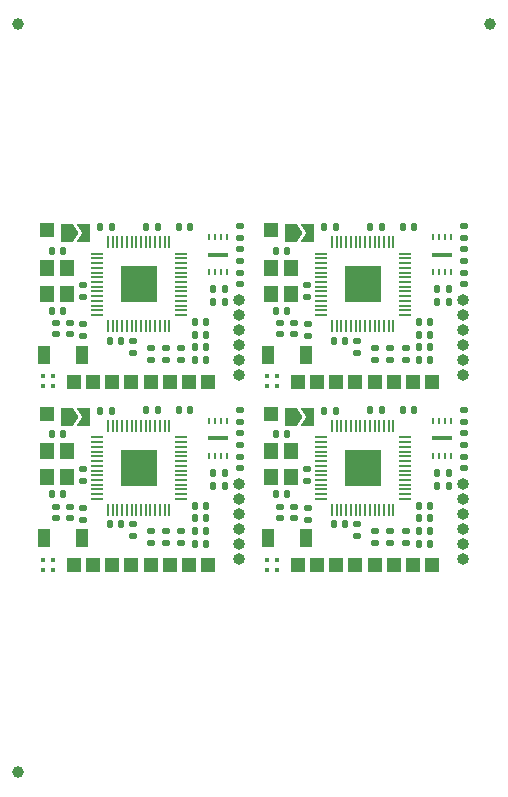
<source format=gts>
G04 #@! TF.GenerationSoftware,KiCad,Pcbnew,7.0.2-6a45011f42~172~ubuntu22.04.1*
G04 #@! TF.CreationDate,2023-06-12T10:15:53+08:00*
G04 #@! TF.ProjectId,panel_2_2,70616e65-6c5f-4325-9f32-2e6b69636164,rev?*
G04 #@! TF.SameCoordinates,Original*
G04 #@! TF.FileFunction,Soldermask,Top*
G04 #@! TF.FilePolarity,Negative*
%FSLAX46Y46*%
G04 Gerber Fmt 4.6, Leading zero omitted, Abs format (unit mm)*
G04 Created by KiCad (PCBNEW 7.0.2-6a45011f42~172~ubuntu22.04.1) date 2023-06-12 10:15:53*
%MOMM*%
%LPD*%
G01*
G04 APERTURE LIST*
G04 Aperture macros list*
%AMRoundRect*
0 Rectangle with rounded corners*
0 $1 Rounding radius*
0 $2 $3 $4 $5 $6 $7 $8 $9 X,Y pos of 4 corners*
0 Add a 4 corners polygon primitive as box body*
4,1,4,$2,$3,$4,$5,$6,$7,$8,$9,$2,$3,0*
0 Add four circle primitives for the rounded corners*
1,1,$1+$1,$2,$3*
1,1,$1+$1,$4,$5*
1,1,$1+$1,$6,$7*
1,1,$1+$1,$8,$9*
0 Add four rect primitives between the rounded corners*
20,1,$1+$1,$2,$3,$4,$5,0*
20,1,$1+$1,$4,$5,$6,$7,0*
20,1,$1+$1,$6,$7,$8,$9,0*
20,1,$1+$1,$8,$9,$2,$3,0*%
%AMFreePoly0*
4,1,6,1.000000,0.000000,0.500000,-0.750000,-0.500000,-0.750000,-0.500000,0.750000,0.500000,0.750000,1.000000,0.000000,1.000000,0.000000,$1*%
%AMFreePoly1*
4,1,6,0.500000,-0.750000,-0.650000,-0.750000,-0.150000,0.000000,-0.650000,0.750000,0.500000,0.750000,0.500000,-0.750000,0.500000,-0.750000,$1*%
G04 Aperture macros list end*
%ADD10RoundRect,0.140000X-0.170000X0.140000X-0.170000X-0.140000X0.170000X-0.140000X0.170000X0.140000X0*%
%ADD11RoundRect,0.140000X-0.140000X-0.170000X0.140000X-0.170000X0.140000X0.170000X-0.140000X0.170000X0*%
%ADD12R,1.000000X1.524000*%
%ADD13RoundRect,0.135000X0.185000X-0.135000X0.185000X0.135000X-0.185000X0.135000X-0.185000X-0.135000X0*%
%ADD14O,1.000000X1.000000*%
%ADD15R,1.200000X1.200000*%
%ADD16RoundRect,0.135000X-0.185000X0.135000X-0.185000X-0.135000X0.185000X-0.135000X0.185000X0.135000X0*%
%ADD17R,0.200000X1.100000*%
%ADD18R,1.100000X0.200000*%
%ADD19R,3.100000X3.100000*%
%ADD20RoundRect,0.140000X0.140000X0.170000X-0.140000X0.170000X-0.140000X-0.170000X0.140000X-0.170000X0*%
%ADD21C,1.000000*%
%ADD22R,0.450000X0.450000*%
%ADD23FreePoly0,0.000000*%
%ADD24FreePoly1,0.000000*%
%ADD25RoundRect,0.135000X-0.135000X-0.185000X0.135000X-0.185000X0.135000X0.185000X-0.135000X0.185000X0*%
%ADD26R,1.200000X1.400000*%
%ADD27R,0.280000X0.600000*%
%ADD28R,1.700000X0.300000*%
G04 APERTURE END LIST*
D10*
G04 #@! TO.C,C14*
X52780000Y-39940000D03*
X52780000Y-40900000D03*
G04 #@! TD*
D11*
G04 #@! TO.C,C2*
X50500000Y-25780000D03*
X51460000Y-25780000D03*
G04 #@! TD*
D12*
G04 #@! TO.C,SW1*
X36190000Y-31300000D03*
X39390000Y-31300000D03*
G04 #@! TD*
D13*
G04 #@! TO.C,R1*
X39480000Y-26450000D03*
X39480000Y-25430000D03*
G04 #@! TD*
D14*
G04 #@! TO.C,J8*
X52644248Y-42218121D03*
X52644248Y-43488121D03*
X52644248Y-44758121D03*
X52644248Y-46028121D03*
X52644248Y-47298121D03*
X52644248Y-48568121D03*
G04 #@! TD*
D12*
G04 #@! TO.C,SW1*
X17220000Y-31300000D03*
X20420000Y-31300000D03*
G04 #@! TD*
D15*
G04 #@! TO.C,J2*
X43570000Y-49150000D03*
G04 #@! TD*
D16*
G04 #@! TO.C,R9*
X26280000Y-30710000D03*
X26280000Y-31730000D03*
G04 #@! TD*
D11*
G04 #@! TO.C,C8*
X29960000Y-47320000D03*
X30920000Y-47320000D03*
G04 #@! TD*
D16*
G04 #@! TO.C,R11*
X47810000Y-46270000D03*
X47810000Y-47290000D03*
G04 #@! TD*
D15*
G04 #@! TO.C,J1*
X17440000Y-20760000D03*
G04 #@! TD*
D11*
G04 #@! TO.C,C10*
X50500000Y-42400000D03*
X51460000Y-42400000D03*
G04 #@! TD*
D17*
G04 #@! TO.C,U1*
X46785000Y-37365000D03*
X46385000Y-37365000D03*
X45985000Y-37365000D03*
X45585000Y-37365000D03*
X45185000Y-37365000D03*
X44785000Y-37365000D03*
X44385000Y-37365000D03*
X43985000Y-37365000D03*
X43585000Y-37365000D03*
X43185000Y-37365000D03*
X42785000Y-37365000D03*
X42385000Y-37365000D03*
X41985000Y-37365000D03*
X41585000Y-37365000D03*
D18*
X40635000Y-38315000D03*
X40635000Y-38715000D03*
X40635000Y-39115000D03*
X40635000Y-39515000D03*
X40635000Y-39915000D03*
X40635000Y-40315000D03*
X40635000Y-40715000D03*
X40635000Y-41115000D03*
X40635000Y-41515000D03*
X40635000Y-41915000D03*
X40635000Y-42315000D03*
X40635000Y-42715000D03*
X40635000Y-43115000D03*
X40635000Y-43515000D03*
D17*
X41585000Y-44465000D03*
X41985000Y-44465000D03*
X42385000Y-44465000D03*
X42785000Y-44465000D03*
X43185000Y-44465000D03*
X43585000Y-44465000D03*
X43985000Y-44465000D03*
X44385000Y-44465000D03*
X44785000Y-44465000D03*
X45185000Y-44465000D03*
X45585000Y-44465000D03*
X45985000Y-44465000D03*
X46385000Y-44465000D03*
X46785000Y-44465000D03*
D18*
X47735000Y-43515000D03*
X47735000Y-43115000D03*
X47735000Y-42715000D03*
X47735000Y-42315000D03*
X47735000Y-41915000D03*
X47735000Y-41515000D03*
X47735000Y-41115000D03*
X47735000Y-40715000D03*
X47735000Y-40315000D03*
X47735000Y-39915000D03*
X47735000Y-39515000D03*
X47735000Y-39115000D03*
X47735000Y-38715000D03*
X47735000Y-38315000D03*
D19*
X44185000Y-40915000D03*
G04 #@! TD*
D20*
G04 #@! TO.C,C6*
X30915000Y-45167500D03*
X29955000Y-45167500D03*
G04 #@! TD*
D16*
G04 #@! TO.C,R11*
X28840000Y-30710000D03*
X28840000Y-31730000D03*
G04 #@! TD*
D15*
G04 #@! TO.C,J7*
X19717500Y-33590000D03*
G04 #@! TD*
D21*
G04 #@! TO.C,REF\u002A\u002A*
X55000000Y-3350000D03*
G04 #@! TD*
D15*
G04 #@! TO.C,J6*
X21350000Y-49150000D03*
G04 #@! TD*
D16*
G04 #@! TO.C,R3*
X24755000Y-30110000D03*
X24755000Y-31130000D03*
G04 #@! TD*
D11*
G04 #@! TO.C,C2*
X31530000Y-41340000D03*
X32490000Y-41340000D03*
G04 #@! TD*
D15*
G04 #@! TO.C,J3*
X26227500Y-49150000D03*
G04 #@! TD*
D14*
G04 #@! TO.C,J8*
X33674248Y-26658121D03*
X33674248Y-27928121D03*
X33674248Y-29198121D03*
X33674248Y-30468121D03*
X33674248Y-31738121D03*
X33674248Y-33008121D03*
G04 #@! TD*
D11*
G04 #@! TO.C,C8*
X48930000Y-47320000D03*
X49890000Y-47320000D03*
G04 #@! TD*
G04 #@! TO.C,C10*
X31530000Y-26840000D03*
X32490000Y-26840000D03*
G04 #@! TD*
D13*
G04 #@! TO.C,R2*
X20540000Y-45270000D03*
X20540000Y-44250000D03*
G04 #@! TD*
D15*
G04 #@! TO.C,J5*
X48452500Y-33590000D03*
G04 #@! TD*
D10*
G04 #@! TO.C,C13*
X18250000Y-44185000D03*
X18250000Y-45145000D03*
G04 #@! TD*
D22*
G04 #@! TO.C,U5*
X36070000Y-33125000D03*
X36920000Y-33125000D03*
X36070000Y-33975000D03*
X36920000Y-33975000D03*
G04 #@! TD*
D10*
G04 #@! TO.C,C14*
X52780000Y-24380000D03*
X52780000Y-25340000D03*
G04 #@! TD*
D11*
G04 #@! TO.C,C9*
X29955000Y-46235000D03*
X30915000Y-46235000D03*
G04 #@! TD*
D10*
G04 #@! TO.C,C4*
X19380000Y-28620000D03*
X19380000Y-29580000D03*
G04 #@! TD*
D15*
G04 #@! TO.C,J7*
X19717500Y-49150000D03*
G04 #@! TD*
D23*
G04 #@! TO.C,JP1*
X38135000Y-36570000D03*
D24*
X39585000Y-36570000D03*
G04 #@! TD*
D23*
G04 #@! TO.C,JP1*
X19165000Y-36570000D03*
D24*
X20615000Y-36570000D03*
G04 #@! TD*
D11*
G04 #@! TO.C,C5*
X48925000Y-28540000D03*
X49885000Y-28540000D03*
G04 #@! TD*
D15*
G04 #@! TO.C,J10*
X50080000Y-33590000D03*
G04 #@! TD*
G04 #@! TO.C,J1*
X17440000Y-36320000D03*
G04 #@! TD*
D14*
G04 #@! TO.C,J8*
X33674248Y-42218121D03*
X33674248Y-43488121D03*
X33674248Y-44758121D03*
X33674248Y-46028121D03*
X33674248Y-47298121D03*
X33674248Y-48568121D03*
G04 #@! TD*
D15*
G04 #@! TO.C,J10*
X50080000Y-49150000D03*
G04 #@! TD*
D16*
G04 #@! TO.C,R10*
X46530000Y-30710000D03*
X46530000Y-31730000D03*
G04 #@! TD*
D12*
G04 #@! TO.C,SW1*
X17220000Y-46860000D03*
X20420000Y-46860000D03*
G04 #@! TD*
D22*
G04 #@! TO.C,U5*
X17100000Y-48685000D03*
X17950000Y-48685000D03*
X17100000Y-49535000D03*
X17950000Y-49535000D03*
G04 #@! TD*
D16*
G04 #@! TO.C,R10*
X46530000Y-46270000D03*
X46530000Y-47290000D03*
G04 #@! TD*
G04 #@! TO.C,R3*
X43725000Y-30110000D03*
X43725000Y-31130000D03*
G04 #@! TD*
D15*
G04 #@! TO.C,J4*
X27855000Y-33590000D03*
G04 #@! TD*
D20*
G04 #@! TO.C,C7*
X23740000Y-45670000D03*
X22780000Y-45670000D03*
G04 #@! TD*
D15*
G04 #@! TO.C,J2*
X24600000Y-33590000D03*
G04 #@! TD*
D11*
G04 #@! TO.C,C9*
X48925000Y-30675000D03*
X49885000Y-30675000D03*
G04 #@! TD*
D15*
G04 #@! TO.C,J4*
X46825000Y-49150000D03*
G04 #@! TD*
G04 #@! TO.C,J1*
X36410000Y-36320000D03*
G04 #@! TD*
D11*
G04 #@! TO.C,C12*
X44835000Y-36025000D03*
X45795000Y-36025000D03*
G04 #@! TD*
D15*
G04 #@! TO.C,J7*
X38687500Y-33590000D03*
G04 #@! TD*
D11*
G04 #@! TO.C,C5*
X48925000Y-44100000D03*
X49885000Y-44100000D03*
G04 #@! TD*
D15*
G04 #@! TO.C,J3*
X26227500Y-33590000D03*
G04 #@! TD*
D11*
G04 #@! TO.C,C10*
X31530000Y-42400000D03*
X32490000Y-42400000D03*
G04 #@! TD*
D10*
G04 #@! TO.C,C14*
X33810000Y-39940000D03*
X33810000Y-40900000D03*
G04 #@! TD*
D12*
G04 #@! TO.C,SW1*
X36190000Y-46860000D03*
X39390000Y-46860000D03*
G04 #@! TD*
D25*
G04 #@! TO.C,R12*
X21950000Y-36040000D03*
X22970000Y-36040000D03*
G04 #@! TD*
D26*
G04 #@! TO.C,X1*
X38152000Y-26133000D03*
X38152000Y-23933000D03*
X36402000Y-23933000D03*
X36402000Y-26133000D03*
G04 #@! TD*
D20*
G04 #@! TO.C,C7*
X42710000Y-45670000D03*
X41750000Y-45670000D03*
G04 #@! TD*
D15*
G04 #@! TO.C,J9*
X41942500Y-33590000D03*
G04 #@! TD*
D27*
G04 #@! TO.C,U2*
X32685000Y-36895500D03*
X32185000Y-36895500D03*
X31685000Y-36895500D03*
X31185000Y-36895500D03*
X31185000Y-39909500D03*
X31685000Y-39909500D03*
X32185000Y-39909500D03*
X32685000Y-39909500D03*
D28*
X31935000Y-38402500D03*
G04 #@! TD*
D17*
G04 #@! TO.C,U1*
X46785000Y-21805000D03*
X46385000Y-21805000D03*
X45985000Y-21805000D03*
X45585000Y-21805000D03*
X45185000Y-21805000D03*
X44785000Y-21805000D03*
X44385000Y-21805000D03*
X43985000Y-21805000D03*
X43585000Y-21805000D03*
X43185000Y-21805000D03*
X42785000Y-21805000D03*
X42385000Y-21805000D03*
X41985000Y-21805000D03*
X41585000Y-21805000D03*
D18*
X40635000Y-22755000D03*
X40635000Y-23155000D03*
X40635000Y-23555000D03*
X40635000Y-23955000D03*
X40635000Y-24355000D03*
X40635000Y-24755000D03*
X40635000Y-25155000D03*
X40635000Y-25555000D03*
X40635000Y-25955000D03*
X40635000Y-26355000D03*
X40635000Y-26755000D03*
X40635000Y-27155000D03*
X40635000Y-27555000D03*
X40635000Y-27955000D03*
D17*
X41585000Y-28905000D03*
X41985000Y-28905000D03*
X42385000Y-28905000D03*
X42785000Y-28905000D03*
X43185000Y-28905000D03*
X43585000Y-28905000D03*
X43985000Y-28905000D03*
X44385000Y-28905000D03*
X44785000Y-28905000D03*
X45185000Y-28905000D03*
X45585000Y-28905000D03*
X45985000Y-28905000D03*
X46385000Y-28905000D03*
X46785000Y-28905000D03*
D18*
X47735000Y-27955000D03*
X47735000Y-27555000D03*
X47735000Y-27155000D03*
X47735000Y-26755000D03*
X47735000Y-26355000D03*
X47735000Y-25955000D03*
X47735000Y-25555000D03*
X47735000Y-25155000D03*
X47735000Y-24755000D03*
X47735000Y-24355000D03*
X47735000Y-23955000D03*
X47735000Y-23555000D03*
X47735000Y-23155000D03*
X47735000Y-22755000D03*
D19*
X44185000Y-25355000D03*
G04 #@! TD*
D10*
G04 #@! TO.C,C13*
X18250000Y-28625000D03*
X18250000Y-29585000D03*
G04 #@! TD*
D21*
G04 #@! TO.C,REF\u002A\u002A*
X15000000Y-3350000D03*
G04 #@! TD*
D22*
G04 #@! TO.C,U5*
X36070000Y-48685000D03*
X36920000Y-48685000D03*
X36070000Y-49535000D03*
X36920000Y-49535000D03*
G04 #@! TD*
D15*
G04 #@! TO.C,J9*
X41942500Y-49150000D03*
G04 #@! TD*
D13*
G04 #@! TO.C,R2*
X39510000Y-45270000D03*
X39510000Y-44250000D03*
G04 #@! TD*
G04 #@! TO.C,R1*
X39480000Y-42010000D03*
X39480000Y-40990000D03*
G04 #@! TD*
D15*
G04 #@! TO.C,J5*
X48452500Y-49150000D03*
G04 #@! TD*
D11*
G04 #@! TO.C,C11*
X28630000Y-20460000D03*
X29590000Y-20460000D03*
G04 #@! TD*
D16*
G04 #@! TO.C,R5*
X52780000Y-35960000D03*
X52780000Y-36980000D03*
G04 #@! TD*
G04 #@! TO.C,R5*
X33810000Y-20400000D03*
X33810000Y-21420000D03*
G04 #@! TD*
D23*
G04 #@! TO.C,JP1*
X38135000Y-21010000D03*
D24*
X39585000Y-21010000D03*
G04 #@! TD*
D17*
G04 #@! TO.C,U1*
X27815000Y-37365000D03*
X27415000Y-37365000D03*
X27015000Y-37365000D03*
X26615000Y-37365000D03*
X26215000Y-37365000D03*
X25815000Y-37365000D03*
X25415000Y-37365000D03*
X25015000Y-37365000D03*
X24615000Y-37365000D03*
X24215000Y-37365000D03*
X23815000Y-37365000D03*
X23415000Y-37365000D03*
X23015000Y-37365000D03*
X22615000Y-37365000D03*
D18*
X21665000Y-38315000D03*
X21665000Y-38715000D03*
X21665000Y-39115000D03*
X21665000Y-39515000D03*
X21665000Y-39915000D03*
X21665000Y-40315000D03*
X21665000Y-40715000D03*
X21665000Y-41115000D03*
X21665000Y-41515000D03*
X21665000Y-41915000D03*
X21665000Y-42315000D03*
X21665000Y-42715000D03*
X21665000Y-43115000D03*
X21665000Y-43515000D03*
D17*
X22615000Y-44465000D03*
X23015000Y-44465000D03*
X23415000Y-44465000D03*
X23815000Y-44465000D03*
X24215000Y-44465000D03*
X24615000Y-44465000D03*
X25015000Y-44465000D03*
X25415000Y-44465000D03*
X25815000Y-44465000D03*
X26215000Y-44465000D03*
X26615000Y-44465000D03*
X27015000Y-44465000D03*
X27415000Y-44465000D03*
X27815000Y-44465000D03*
D18*
X28765000Y-43515000D03*
X28765000Y-43115000D03*
X28765000Y-42715000D03*
X28765000Y-42315000D03*
X28765000Y-41915000D03*
X28765000Y-41515000D03*
X28765000Y-41115000D03*
X28765000Y-40715000D03*
X28765000Y-40315000D03*
X28765000Y-39915000D03*
X28765000Y-39515000D03*
X28765000Y-39115000D03*
X28765000Y-38715000D03*
X28765000Y-38315000D03*
D19*
X25215000Y-40915000D03*
G04 #@! TD*
D16*
G04 #@! TO.C,R11*
X28840000Y-46270000D03*
X28840000Y-47290000D03*
G04 #@! TD*
D15*
G04 #@! TO.C,J2*
X24600000Y-49150000D03*
G04 #@! TD*
D13*
G04 #@! TO.C,R6*
X52780000Y-38965000D03*
X52780000Y-37945000D03*
G04 #@! TD*
D11*
G04 #@! TO.C,C1*
X17840000Y-27570000D03*
X18800000Y-27570000D03*
G04 #@! TD*
D10*
G04 #@! TO.C,C13*
X37220000Y-44185000D03*
X37220000Y-45145000D03*
G04 #@! TD*
D20*
G04 #@! TO.C,C7*
X42710000Y-30110000D03*
X41750000Y-30110000D03*
G04 #@! TD*
D17*
G04 #@! TO.C,U1*
X27815000Y-21805000D03*
X27415000Y-21805000D03*
X27015000Y-21805000D03*
X26615000Y-21805000D03*
X26215000Y-21805000D03*
X25815000Y-21805000D03*
X25415000Y-21805000D03*
X25015000Y-21805000D03*
X24615000Y-21805000D03*
X24215000Y-21805000D03*
X23815000Y-21805000D03*
X23415000Y-21805000D03*
X23015000Y-21805000D03*
X22615000Y-21805000D03*
D18*
X21665000Y-22755000D03*
X21665000Y-23155000D03*
X21665000Y-23555000D03*
X21665000Y-23955000D03*
X21665000Y-24355000D03*
X21665000Y-24755000D03*
X21665000Y-25155000D03*
X21665000Y-25555000D03*
X21665000Y-25955000D03*
X21665000Y-26355000D03*
X21665000Y-26755000D03*
X21665000Y-27155000D03*
X21665000Y-27555000D03*
X21665000Y-27955000D03*
D17*
X22615000Y-28905000D03*
X23015000Y-28905000D03*
X23415000Y-28905000D03*
X23815000Y-28905000D03*
X24215000Y-28905000D03*
X24615000Y-28905000D03*
X25015000Y-28905000D03*
X25415000Y-28905000D03*
X25815000Y-28905000D03*
X26215000Y-28905000D03*
X26615000Y-28905000D03*
X27015000Y-28905000D03*
X27415000Y-28905000D03*
X27815000Y-28905000D03*
D18*
X28765000Y-27955000D03*
X28765000Y-27555000D03*
X28765000Y-27155000D03*
X28765000Y-26755000D03*
X28765000Y-26355000D03*
X28765000Y-25955000D03*
X28765000Y-25555000D03*
X28765000Y-25155000D03*
X28765000Y-24755000D03*
X28765000Y-24355000D03*
X28765000Y-23955000D03*
X28765000Y-23555000D03*
X28765000Y-23155000D03*
X28765000Y-22755000D03*
D19*
X25215000Y-25355000D03*
G04 #@! TD*
D27*
G04 #@! TO.C,U2*
X51655000Y-36895500D03*
X51155000Y-36895500D03*
X50655000Y-36895500D03*
X50155000Y-36895500D03*
X50155000Y-39909500D03*
X50655000Y-39909500D03*
X51155000Y-39909500D03*
X51655000Y-39909500D03*
D28*
X50905000Y-38402500D03*
G04 #@! TD*
D16*
G04 #@! TO.C,R9*
X45250000Y-30710000D03*
X45250000Y-31730000D03*
G04 #@! TD*
D11*
G04 #@! TO.C,C1*
X36810000Y-27570000D03*
X37770000Y-27570000D03*
G04 #@! TD*
D20*
G04 #@! TO.C,C6*
X30915000Y-29607500D03*
X29955000Y-29607500D03*
G04 #@! TD*
D15*
G04 #@! TO.C,J10*
X31110000Y-33590000D03*
G04 #@! TD*
D23*
G04 #@! TO.C,JP1*
X19165000Y-21010000D03*
D24*
X20615000Y-21010000D03*
G04 #@! TD*
D20*
G04 #@! TO.C,C7*
X23740000Y-30110000D03*
X22780000Y-30110000D03*
G04 #@! TD*
D11*
G04 #@! TO.C,C11*
X28630000Y-36020000D03*
X29590000Y-36020000D03*
G04 #@! TD*
D10*
G04 #@! TO.C,C14*
X33810000Y-24380000D03*
X33810000Y-25340000D03*
G04 #@! TD*
D20*
G04 #@! TO.C,C6*
X49885000Y-45167500D03*
X48925000Y-45167500D03*
G04 #@! TD*
D16*
G04 #@! TO.C,R9*
X45250000Y-46270000D03*
X45250000Y-47290000D03*
G04 #@! TD*
D11*
G04 #@! TO.C,C9*
X29955000Y-30675000D03*
X30915000Y-30675000D03*
G04 #@! TD*
D26*
G04 #@! TO.C,X1*
X19182000Y-41693000D03*
X19182000Y-39493000D03*
X17432000Y-39493000D03*
X17432000Y-41693000D03*
G04 #@! TD*
D15*
G04 #@! TO.C,J6*
X40320000Y-33590000D03*
G04 #@! TD*
D11*
G04 #@! TO.C,C9*
X48925000Y-46235000D03*
X49885000Y-46235000D03*
G04 #@! TD*
G04 #@! TO.C,C3*
X36830000Y-38060000D03*
X37790000Y-38060000D03*
G04 #@! TD*
G04 #@! TO.C,C11*
X47600000Y-20460000D03*
X48560000Y-20460000D03*
G04 #@! TD*
D15*
G04 #@! TO.C,J2*
X43570000Y-33590000D03*
G04 #@! TD*
D16*
G04 #@! TO.C,R5*
X33810000Y-35960000D03*
X33810000Y-36980000D03*
G04 #@! TD*
D15*
G04 #@! TO.C,J1*
X36410000Y-20760000D03*
G04 #@! TD*
D13*
G04 #@! TO.C,R1*
X20510000Y-42010000D03*
X20510000Y-40990000D03*
G04 #@! TD*
D15*
G04 #@! TO.C,J9*
X22972500Y-33590000D03*
G04 #@! TD*
G04 #@! TO.C,J5*
X29482500Y-33590000D03*
G04 #@! TD*
D25*
G04 #@! TO.C,R12*
X40920000Y-20480000D03*
X41940000Y-20480000D03*
G04 #@! TD*
D14*
G04 #@! TO.C,J8*
X52644248Y-26658121D03*
X52644248Y-27928121D03*
X52644248Y-29198121D03*
X52644248Y-30468121D03*
X52644248Y-31738121D03*
X52644248Y-33008121D03*
G04 #@! TD*
D13*
G04 #@! TO.C,R6*
X33810000Y-23405000D03*
X33810000Y-22385000D03*
G04 #@! TD*
D15*
G04 #@! TO.C,J9*
X22972500Y-49150000D03*
G04 #@! TD*
D11*
G04 #@! TO.C,C3*
X36830000Y-22500000D03*
X37790000Y-22500000D03*
G04 #@! TD*
G04 #@! TO.C,C5*
X29955000Y-44100000D03*
X30915000Y-44100000D03*
G04 #@! TD*
G04 #@! TO.C,C12*
X25865000Y-36025000D03*
X26825000Y-36025000D03*
G04 #@! TD*
G04 #@! TO.C,C1*
X17840000Y-43130000D03*
X18800000Y-43130000D03*
G04 #@! TD*
D16*
G04 #@! TO.C,R10*
X27560000Y-46270000D03*
X27560000Y-47290000D03*
G04 #@! TD*
D22*
G04 #@! TO.C,U5*
X17100000Y-33125000D03*
X17950000Y-33125000D03*
X17100000Y-33975000D03*
X17950000Y-33975000D03*
G04 #@! TD*
D21*
G04 #@! TO.C,REF\u002A\u002A*
X15000000Y-66650000D03*
G04 #@! TD*
D11*
G04 #@! TO.C,C2*
X31530000Y-25780000D03*
X32490000Y-25780000D03*
G04 #@! TD*
G04 #@! TO.C,C2*
X50500000Y-41340000D03*
X51460000Y-41340000D03*
G04 #@! TD*
D15*
G04 #@! TO.C,J6*
X21350000Y-33590000D03*
G04 #@! TD*
D27*
G04 #@! TO.C,U2*
X51655000Y-21335500D03*
X51155000Y-21335500D03*
X50655000Y-21335500D03*
X50155000Y-21335500D03*
X50155000Y-24349500D03*
X50655000Y-24349500D03*
X51155000Y-24349500D03*
X51655000Y-24349500D03*
D28*
X50905000Y-22842500D03*
G04 #@! TD*
D15*
G04 #@! TO.C,J4*
X46825000Y-33590000D03*
G04 #@! TD*
D13*
G04 #@! TO.C,R6*
X52780000Y-23405000D03*
X52780000Y-22385000D03*
G04 #@! TD*
D15*
G04 #@! TO.C,J3*
X45197500Y-33590000D03*
G04 #@! TD*
D11*
G04 #@! TO.C,C3*
X17860000Y-22500000D03*
X18820000Y-22500000D03*
G04 #@! TD*
D13*
G04 #@! TO.C,R2*
X20540000Y-29710000D03*
X20540000Y-28690000D03*
G04 #@! TD*
D16*
G04 #@! TO.C,R11*
X47810000Y-30710000D03*
X47810000Y-31730000D03*
G04 #@! TD*
G04 #@! TO.C,R5*
X52780000Y-20400000D03*
X52780000Y-21420000D03*
G04 #@! TD*
D15*
G04 #@! TO.C,J4*
X27855000Y-49150000D03*
G04 #@! TD*
G04 #@! TO.C,J10*
X31110000Y-49150000D03*
G04 #@! TD*
D10*
G04 #@! TO.C,C4*
X38350000Y-44180000D03*
X38350000Y-45140000D03*
G04 #@! TD*
G04 #@! TO.C,C13*
X37220000Y-28625000D03*
X37220000Y-29585000D03*
G04 #@! TD*
D13*
G04 #@! TO.C,R6*
X33810000Y-38965000D03*
X33810000Y-37945000D03*
G04 #@! TD*
G04 #@! TO.C,R1*
X20510000Y-26450000D03*
X20510000Y-25430000D03*
G04 #@! TD*
D27*
G04 #@! TO.C,U2*
X32685000Y-21335500D03*
X32185000Y-21335500D03*
X31685000Y-21335500D03*
X31185000Y-21335500D03*
X31185000Y-24349500D03*
X31685000Y-24349500D03*
X32185000Y-24349500D03*
X32685000Y-24349500D03*
D28*
X31935000Y-22842500D03*
G04 #@! TD*
D16*
G04 #@! TO.C,R3*
X24755000Y-45670000D03*
X24755000Y-46690000D03*
G04 #@! TD*
D25*
G04 #@! TO.C,R12*
X21950000Y-20480000D03*
X22970000Y-20480000D03*
G04 #@! TD*
D11*
G04 #@! TO.C,C1*
X36810000Y-43130000D03*
X37770000Y-43130000D03*
G04 #@! TD*
D26*
G04 #@! TO.C,X1*
X19182000Y-26133000D03*
X19182000Y-23933000D03*
X17432000Y-23933000D03*
X17432000Y-26133000D03*
G04 #@! TD*
G04 #@! TO.C,X1*
X38152000Y-41693000D03*
X38152000Y-39493000D03*
X36402000Y-39493000D03*
X36402000Y-41693000D03*
G04 #@! TD*
D15*
G04 #@! TO.C,J6*
X40320000Y-49150000D03*
G04 #@! TD*
D20*
G04 #@! TO.C,C6*
X49885000Y-29607500D03*
X48925000Y-29607500D03*
G04 #@! TD*
D11*
G04 #@! TO.C,C8*
X29960000Y-31760000D03*
X30920000Y-31760000D03*
G04 #@! TD*
D10*
G04 #@! TO.C,C4*
X38350000Y-28620000D03*
X38350000Y-29580000D03*
G04 #@! TD*
G04 #@! TO.C,C4*
X19380000Y-44180000D03*
X19380000Y-45140000D03*
G04 #@! TD*
D11*
G04 #@! TO.C,C8*
X48930000Y-31760000D03*
X49890000Y-31760000D03*
G04 #@! TD*
G04 #@! TO.C,C3*
X17860000Y-38060000D03*
X18820000Y-38060000D03*
G04 #@! TD*
D25*
G04 #@! TO.C,R12*
X40920000Y-36040000D03*
X41940000Y-36040000D03*
G04 #@! TD*
D15*
G04 #@! TO.C,J7*
X38687500Y-49150000D03*
G04 #@! TD*
D16*
G04 #@! TO.C,R10*
X27560000Y-30710000D03*
X27560000Y-31730000D03*
G04 #@! TD*
D11*
G04 #@! TO.C,C12*
X44835000Y-20465000D03*
X45795000Y-20465000D03*
G04 #@! TD*
G04 #@! TO.C,C11*
X47600000Y-36020000D03*
X48560000Y-36020000D03*
G04 #@! TD*
G04 #@! TO.C,C12*
X25865000Y-20465000D03*
X26825000Y-20465000D03*
G04 #@! TD*
D13*
G04 #@! TO.C,R2*
X39510000Y-29710000D03*
X39510000Y-28690000D03*
G04 #@! TD*
D16*
G04 #@! TO.C,R3*
X43725000Y-45670000D03*
X43725000Y-46690000D03*
G04 #@! TD*
D15*
G04 #@! TO.C,J5*
X29482500Y-49150000D03*
G04 #@! TD*
D11*
G04 #@! TO.C,C10*
X50500000Y-26840000D03*
X51460000Y-26840000D03*
G04 #@! TD*
G04 #@! TO.C,C5*
X29955000Y-28540000D03*
X30915000Y-28540000D03*
G04 #@! TD*
D16*
G04 #@! TO.C,R9*
X26280000Y-46270000D03*
X26280000Y-47290000D03*
G04 #@! TD*
D15*
G04 #@! TO.C,J3*
X45197500Y-49150000D03*
G04 #@! TD*
M02*

</source>
